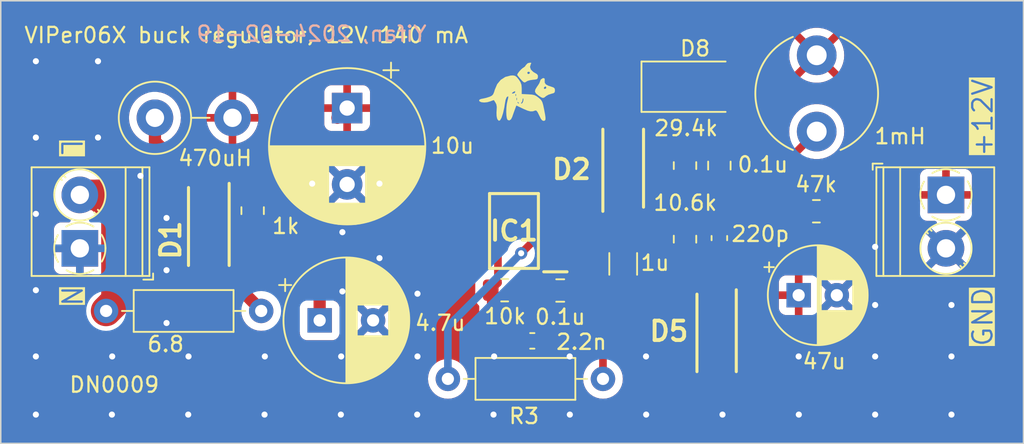
<source format=kicad_pcb>
(kicad_pcb (version 20221018) (generator pcbnew)
  (layers (0 "F.Cu" signal) (31 "B.Cu" power) (34 "B.Paste" user) (35 "F.Paste" user) (36 "B.SilkS" user "B.Silkscreen") (37 "F.SilkS" user "F.Silkscreen") (38 "B.Mask" user) (39 "F.Mask" user) (44 "Edge.Cuts" user))
  (net 0 "")
  (net 1 "Net-(IC1-FB)")
  (net 2 "Net-(D5-K)")
  (net 3 "Net-(D1-K)")
  (net 4 "GND")
  (net 5 "/DRAIN")
  (net 6 "Net-(D2-K)")
  (net 7 "Net-(D8-K)")
  (net 8 "/12V")
  (net 9 "Net-(C8-Pad2)")
  (net 10 "Net-(IC1-COMP)")
  (net 11 "Net-(D1-A)")
  (net 12 "Net-(IC1-LIM)")
  (net 13 "Net-(J1-Pin_2)")
  (footprint "Inductor_THT:L_Axial_L13.0mm_D4.5mm_P5.08mm_Vertical_Fastron_HCCC" (layer "F.Cu") (at 134.1 88.667677)
    (fp_text reference "L0")
    (fp_text value "470uH" (at 3.94 2.642323) (layer "F.SilkS"))
    (pad "1" thru_hole circle (at 0 0) (size 2.4 2.4) (drill 1.2) (layers "*.Cu" "*.Mask") (net 3 "Net-(D1-K)"))
    (pad "2" thru_hole oval (at 5.08 0) (size 2.4 2.4) (drill 1.2) (layers "*.Cu" "*.Mask") (net 5 "/DRAIN"))
  )
  (footprint "Capacitor_SMD:C_0603_1608Metric" (layer "F.Cu") (at 171.075177 96.5475 -90)
    (fp_text reference "C0")
    (fp_text value "220p" (at -0.2675 -2.684823 -180) (layer "F.SilkS"))
    (pad "1" smd roundrect (at -0.775 0 270) (size 0.9 0.95) (layers "F.Cu" "F.Paste" "F.Mask") (net 1 "Net-(IC1-FB)"))
    (pad "2" smd roundrect (at 0.775 0 270) (size 0.9 0.95) (layers "F.Cu" "F.Paste" "F.Mask") (net 2 "Net-(D5-K)"))
  )
  (footprint "Resistor_THT:R_Axial_DIN0207_L6.3mm_D2.5mm_P10.16mm_Horizontal" (layer "F.Cu") (at 163.45 105.77 180)
    (fp_text reference "R3" (at 5.17125 -2.44) (layer "F.SilkS"))
    (fp_text value "R3")
    (pad "1" thru_hole circle (at 0 0 180) (size 1.6 1.6) (drill 0.8) (layers "*.Cu" "*.Mask") (net 2 "Net-(D5-K)"))
    (pad "2" thru_hole oval (at 10.16 0 180) (size 1.6 1.6) (drill 0.8) (layers "*.Cu" "*.Mask") (net 12 "Net-(IC1-LIM)"))
  )
  (footprint "Components:DIOM5126X265N" (layer "F.Cu") (at 170.895177 102.7575 -90)
    (fp_text reference "D5" (at -0.1075 3.125177 -180) (layer "F.SilkS") (effects (font (size 1.27 1.27) (thickness 0.254))))
    (fp_text value "D" hide)
    (pad "1" smd rect (at -2.05 0) (size 1.55 2.2) (layers "F.Cu" "F.Paste" "F.Mask") (net 2 "Net-(D5-K)"))
    (pad "2" smd rect (at 2.05 0) (size 1.55 2.2) (layers "F.Cu" "F.Paste" "F.Mask") (net 4 "GND"))
  )
  (footprint "Capacitor_SMD:C_0805_2012Metric" (layer "F.Cu") (at 160.65 99.98 180)
    (fp_text reference "C8")
    (fp_text value "0.1u" (at 0 -1.73) (layer "F.SilkS"))
    (pad "1" smd roundrect (at -0.95 0 180) (size 1 1.45) (layers "F.Cu" "F.Paste" "F.Mask") (net 2 "Net-(D5-K)"))
    (pad "2" smd roundrect (at 0.95 0 180) (size 1 1.45) (layers "F.Cu" "F.Paste" "F.Mask") (net 9 "Net-(C8-Pad2)"))
  )
  (footprint "Capacitor_THT:CP_Radial_D6.3mm_P2.50mm" (layer "F.Cu") (at 176.27 100.2875)
    (fp_text reference "C6")
    (fp_text value "47u" (at 1.67 4.3325) (layer "F.SilkS"))
    (pad "1" thru_hole rect (at 0 0) (size 1.6 1.6) (drill 0.8) (layers "*.Cu" "*.Mask") (net 8 "/12V"))
    (pad "2" thru_hole circle (at 2.5 0) (size 1.6 1.6) (drill 0.8) (layers "*.Cu" "*.Mask") (net 4 "GND"))
  )
  (footprint "Capacitor_SMD:C_0603_1608Metric" (layer "F.Cu") (at 158.82 103.28 180)
    (fp_text reference "C9")
    (fp_text value "2.2n" (at -3.22 -0.07) (layer "F.SilkS"))
    (pad "1" smd roundrect (at -0.775 0 180) (size 0.9 0.95) (layers "F.Cu" "F.Paste" "F.Mask") (net 2 "Net-(D5-K)"))
    (pad "2" smd roundrect (at 0.775 0 180) (size 0.9 0.95) (layers "F.Cu" "F.Paste" "F.Mask") (net 10 "Net-(IC1-COMP)"))
  )
  (footprint "Capacitor_SMD:C_0805_2012Metric" (layer "F.Cu") (at 171.075177 91.7975 -90)
    (fp_text reference "C4")
    (fp_text value "0.1u" (at -0.0675 -2.844823 -180) (layer "F.SilkS"))
    (pad "1" smd roundrect (at -0.95 0 270) (size 1 1.45) (layers "F.Cu" "F.Paste" "F.Mask") (net 7 "Net-(D8-K)"))
    (pad "2" smd roundrect (at 0.95 0 270) (size 1 1.45) (layers "F.Cu" "F.Paste" "F.Mask") (net 2 "Net-(D5-K)"))
  )
  (footprint "TerminalBlock_Phoenix:TerminalBlock_Phoenix_PT-1,5-2-3.5-H_1x02_P3.50mm_Horizontal" (layer "F.Cu") (at 185.92 93.717677 -90)
    (fp_text reference "J2" hide)
    (fp_text value "Screw_Terminal_01x02")
    (pad "1" thru_hole rect (at 0 0 270) (size 2.4 2.4) (drill 1.2) (layers "*.Cu" "*.Mask") (net 8 "/12V"))
    (pad "2" thru_hole circle (at 3.5 0 270) (size 2.4 2.4) (drill 1.2) (layers "*.Cu" "*.Mask") (net 4 "GND"))
  )
  (footprint "Capacitor_THT:CP_Radial_D10.0mm_P5.00mm" (layer "F.Cu") (at 146.69 88.03 -90)
    (fp_text reference "C2")
    (fp_text value "10u" (at 2.47 -6.9 -180) (layer "F.SilkS"))
    (pad "1" thru_hole rect (at 0 0 270) (size 2 2) (drill 1) (layers "*.Cu" "*.Mask") (net 5 "/DRAIN"))
    (pad "2" thru_hole circle (at 5 0 270) (size 2 2) (drill 1) (layers "*.Cu" "*.Mask") (net 4 "GND"))
  )
  (footprint "Resistor_SMD:R_0805_2012Metric" (layer "F.Cu") (at 157.01 99.96 180)
    (fp_text reference "R5")
    (fp_text value "10k" (at -0.03 -1.71) (layer "F.SilkS"))
    (pad "1" smd roundrect (at -0.9125 0 180) (size 1.025 1.4) (layers "F.Cu" "F.Paste" "F.Mask") (roundrect_rratio 0.243902439) (net 9 "Net-(C8-Pad2)"))
    (pad "2" smd roundrect (at 0.9125 0 180) (size 1.025 1.4) (layers "F.Cu" "F.Paste" "F.Mask") (roundrect_rratio 0.243902439) (net 10 "Net-(IC1-COMP)"))
  )
  (footprint "Components:DIOM5127X229N" (layer "F.Cu") (at 137.63 95.787677 -90)
    (fp_text reference "D1" (at 0.892323 2.5 -90) (layer "F.SilkS") (effects (font (size 1.27 1.27) (thickness 0.254))))
    (fp_text value "D" hide)
    (pad "1" smd rect (at -2.05 0) (size 1.55 2.2) (layers "F.Cu" "F.Paste" "F.Mask") (net 3 "Net-(D1-K)"))
    (pad "2" smd rect (at 2.05 0) (size 1.55 2.2) (layers "F.Cu" "F.Paste" "F.Mask") (net 11 "Net-(D1-A)"))
  )
  (footprint "TerminalBlock_Phoenix:TerminalBlock_Phoenix_PT-1,5-2-3.5-H_1x02_P3.50mm_Horizontal" (layer "F.Cu") (at 129.18 97.217677 90)
    (fp_text reference "J1" hide)
    (fp_text value "Screw_Terminal_01x02")
    (pad "1" thru_hole rect (at 0 0 90) (size 2.4 2.4) (drill 1.2) (layers "*.Cu" "*.Mask") (net 4 "GND"))
    (pad "2" thru_hole circle (at 3.5 0 90) (size 2.4 2.4) (drill 1.2) (layers "*.Cu" "*.Mask") (net 13 "Net-(J1-Pin_2)"))
  )
  (footprint "Components:SOP100P600X175-10N" (layer "F.Cu") (at 157.62 96.08 180)
    (fp_text reference "IC1" (at 0 0) (layer "F.SilkS") (effects (font (size 1.27 1.27) (thickness 0.254))))
    (fp_text value "VIPER06LS" hide)
    (pad "1" smd rect (at -2.712 -2 270) (size 0.65 1.525) (layers "F.Cu" "F.Paste" "F.Mask") (net 2 "Net-(D5-K)"))
    (pad "2" smd rect (at -2.712 -1 270) (size 0.65 1.525) (layers "F.Cu" "F.Paste" "F.Mask") (net 6 "Net-(D2-K)"))
    (pad "3" smd rect (at -2.712 0 270) (size 0.65 1.525) (layers "F.Cu" "F.Paste" "F.Mask") (net 12 "Net-(IC1-LIM)"))
    (pad "4" smd rect (at -2.712 1 270) (size 0.65 1.525) (layers "F.Cu" "F.Paste" "F.Mask") (net 1 "Net-(IC1-FB)"))
    (pad "5" smd rect (at -2.712 2 270) (size 0.65 1.525) (layers "F.Cu" "F.Paste" "F.Mask") (net 10 "Net-(IC1-COMP)"))
    (pad "6" smd rect (at 2.712 2 270) (size 0.65 1.525) (layers "F.Cu" "F.Paste" "F.Mask") (net 5 "/DRAIN"))
    (pad "7" smd rect (at 2.712 1 270) (size 0.65 1.525) (layers "F.Cu" "F.Paste" "F.Mask") (net 5 "/DRAIN"))
    (pad "8" smd rect (at 2.712 0 270) (size 0.65 1.525) (layers "F.Cu" "F.Paste" "F.Mask") (net 5 "/DRAIN"))
    (pad "9" smd rect (at 2.712 -1 270) (size 0.65 1.525) (layers "F.Cu" "F.Paste" "F.Mask") (net 5 "/DRAIN"))
    (pad "10" smd rect (at 2.712 -2 270) (size 0.65 1.525) (layers "F.Cu" "F.Paste" "F.Mask") (net 5 "/DRAIN"))
  )
  (footprint "Resistor_SMD:R_0805_2012Metric" (layer "F.Cu") (at 177.43 94.79)
    (fp_text reference "Rdz1")
    (fp_text value "47k" (at -0.02 -1.76 180) (layer "F.SilkS"))
    (pad "1" smd roundrect (at -0.9125 0) (size 1.025 1.4) (layers "F.Cu" "F.Paste" "F.Mask") (roundrect_rratio 0.243902439) (net 8 "/12V"))
    (pad "2" smd roundrect (at 0.9125 0) (size 1.025 1.4) (layers "F.Cu" "F.Paste" "F.Mask") (roundrect_rratio 0.243902439) (net 4 "GND"))
  )
  (footprint "Diode_SMD:D_SMA" (layer "F.Cu") (at 169.4825 86.63)
    (fp_text reference "D8" (at 0 -2.5) (layer "F.SilkS"))
    (fp_text value "D")
    (pad "1" smd roundrect (at -2 0) (size 2.5 1.8) (layers "F.Cu" "F.Paste" "F.Mask") (roundrect_rratio 0.1388888889) (net 7 "Net-(D8-K)"))
    (pad "2" smd roundrect (at 2 0) (size 2.5 1.8) (layers "F.Cu" "F.Paste" "F.Mask") (roundrect_rratio 0.1388888889) (net 8 "/12V"))
  )
  (footprint "Resistor_SMD:R_0805_2012Metric" (layer "F.Cu") (at 168.825177 91.7975 -90)
    (fp_text reference "R4")
    (fp_text value "29.4k" (at -2.4475 -0.074823 -180) (layer "F.SilkS"))
    (pad "1" smd roundrect (at -0.9125 0 270) (size 1.025 1.4) (layers "F.Cu" "F.Paste" "F.Mask") (roundrect_rratio 0.243902439) (net 7 "Net-(D8-K)"))
    (pad "2" smd roundrect (at 0.9125 0 270) (size 1.025 1.4) (layers "F.Cu" "F.Paste" "F.Mask") (roundrect_rratio 0.243902439) (net 1 "Net-(IC1-FB)"))
  )
  (footprint "Components:DIOM5127X229N" (layer "F.Cu") (at 164.775177 91.9675 90)
    (fp_text reference "D2" (at -0.08 -3.39 180) (layer "F.SilkS") (effects (font (size 1.27 1.27) (thickness 0.254))))
    (fp_text value "D" hide)
    (pad "1" smd rect (at -2.05 0 180) (size 1.55 2.2) (layers "F.Cu" "F.Paste" "F.Mask") (net 6 "Net-(D2-K)"))
    (pad "2" smd rect (at 2.05 0 180) (size 1.55 2.2) (layers "F.Cu" "F.Paste" "F.Mask") (net 8 "/12V"))
  )
  (footprint "Resistor_SMD:R_0805_2012Metric" (layer "F.Cu") (at 168.825177 96.6175 -90)
    (fp_text reference "R2")
    (fp_text value "10.6k" (at -2.3775 -0.014823 -180) (layer "F.SilkS"))
    (pad "1" smd roundrect (at -0.9125 0 270) (size 1.025 1.4) (layers "F.Cu" "F.Paste" "F.Mask") (roundrect_rratio 0.243902439) (net 1 "Net-(IC1-FB)"))
    (pad "2" smd roundrect (at 0.9125 0 270) (size 1.025 1.4) (layers "F.Cu" "F.Paste" "F.Mask") (roundrect_rratio 0.243902439) (net 2 "Net-(D5-K)"))
  )
  (footprint "Capacitor_THT:CP_Radial_D8.0mm_P3.50mm" (layer "F.Cu") (at 144.89 101.937677)
    (fp_text reference "C1")
    (fp_text value "4.7u" (at 7.9 0.172323) (layer "F.SilkS"))
    (pad "1" thru_hole rect (at 0 0) (size 1.6 1.6) (drill 0.8) (layers "*.Cu" "*.Mask") (net 3 "Net-(D1-K)"))
    (pad "2" thru_hole circle (at 3.5 0) (size 1.6 1.6) (drill 0.8) (layers "*.Cu" "*.Mask") (net 4 "GND"))
  )
  (footprint "Resistor_THT:R_Axial_DIN0207_L6.3mm_D2.5mm_P10.16mm_Horizontal" (layer "F.Cu") (at 130.9 101.32)
    (fp_text reference "R0")
    (fp_text value "6.8" (at 3.9 2.18) (layer "F.SilkS"))
    (pad "1" thru_hole circle (at 0 0) (size 1.6 1.6) (drill 0.8) (layers "*.Cu" "*.Mask") (net 13 "Net-(J1-Pin_2)"))
    (pad "2" thru_hole oval (at 10.16 0) (size 1.6 1.6) (drill 0.8) (layers "*.Cu" "*.Mask") (net 11 "Net-(D1-A)"))
  )
  (footprint "Inductor_THT:L_Radial_D7.8mm_P5.00mm_Fastron_07HCP" (layer "F.Cu") (at 177.452379 89.57 90)
    (fp_text reference "L1")
    (fp_text value "1mH" (at -0.31 5.467621 180) (layer "F.SilkS"))
    (pad "1" thru_hole circle (at 0 0 90) (size 2.6 2.6) (drill 1.3) (layers "*.Cu" "*.Mask") (net 2 "Net-(D5-K)"))
    (pad "2" thru_hole circle (at 5 0 90) (size 2.6 2.6) (drill 1.3) (layers "*.Cu" "*.Mask") (net 8 "/12V"))
  )
  (footprint "LOGO" (layer "F.Cu") (at 157.83 86.96)
    (fp_text reference "G***" hide)
    (fp_text value "LOGO" hide)
  )
  (footprint "Capacitor_SMD:C_1206_3216Metric" (layer "F.Cu") (at 164.775177 98.2375 -90)
    (fp_text reference "C3")
    (fp_text value "1u" (at -0.0675 -2.084823 -180) (layer "F.SilkS"))
    (pad "1" smd roundrect (at -1.475 0 270) (size 1.15 1.8) (layers "F.Cu" "F.Paste" "F.Mask") (roundrect_rratio 0.2173913043) (net 6 "Net-(D2-K)"))
    (pad "2" smd roundrect (at 1.475 0 270) (size 1.15 1.8) (layers "F.Cu" "F.Paste" "F.Mask") (roundrect_rratio 0.2173913043) (net 2 "Net-(D5-K)"))
  )
  (footprint "Resistor_SMD:R_0805_2012Metric" (layer "F.Cu") (at 140.5 94.75 90)
    (fp_text reference "R1")
    (fp_text value "1k" (at -1.01 2.17 180) (layer "F.SilkS"))
    (pad "1" smd roundrect (at -0.9125 0 90) (size 1.025 1.4) (layers "F.Cu" "F.Paste" "F.Mask") (roundrect_rratio 0.243902439) (net 3 "Net-(D1-K)"))
    (pad "2" smd roundrect (at 0.9125 0 90) (size 1.025 1.4) (layers "F.Cu" "F.Paste" "F.Mask") (roundrect_rratio 0.243902439) (net 5 "/DRAIN"))
  )
  (gr_poly (pts (xy 124 81) (xy 191 81) (xy 191 110) (xy 124 110)) (stroke (width 0.1)) (fill none) (layer "Edge.Cuts"))
  (gr_text "Yifan, 2024-02-19" (at 151.98 83.75) (layer "B.SilkS") (effects (font (size 1 1)) (justify left bottom mirror)))
  (gr_text "VIPer06X buck regulator, 12V 140 mA" (at 125.46 83.84) (layer "F.SilkS") (effects (font (size 1 1)) (justify left bottom)))
  (gr_text "N" (at 127.87 99.58 -90) (layer "F.SilkS" knockout) (effects (font (size 1.27 1.27)) (justify left bottom)))
  (gr_text "GND" (at 189.07 103.74 90) (layer "F.SilkS" knockout) (effects (font (size 1.27 1.27)) (justify left bottom)))
  (gr_text "+12V" (at 189.07 91.3 90) (layer "F.SilkS" knockout) (effects (font (size 1.27 1.27)) (justify left bottom)))
  (gr_text "DN0009" (at 128.41 106.74) (layer "F.SilkS") (effects (font (size 1 1)) (justify left bottom)))
  (gr_text "L" (at 127.87 89.97 -90) (layer "F.SilkS" knockout) (effects (font (size 1.27 1.27)) (justify left bottom)))
  (segment (start 166.342677 92.71) (end 165.700177 92.0675) (width 0.5) (layer "F.Cu") (net 1))
  (segment (start 168.892677 95.7725) (end 168.825177 95.705) (width 0.5) (layer "F.Cu") (net 1))
  (segment (start 162.64 94.2) (end 161.76 95.08) (width 0.5) (layer "F.Cu") (net 1))
  (segment (start 161.76 95.08) (end 160.332 95.08) (width 0.5) (layer "F.Cu") (net 1))
  (segment (start 171.075177 95.7725) (end 168.892677 95.7725) (width 0.5) (layer "F.Cu") (net 1))
  (segment (start 168.825177 92.71) (end 168.825177 95.705) (width 0.5) (layer "F.Cu") (net 1))
  (segment (start 168.825177 95.705) (end 168.825177 95.1925) (width 0.5) (layer "F.Cu") (net 1))
  (segment (start 168.825177 92.71) (end 166.342677 92.71) (width 0.5) (layer "F.Cu") (net 1))
  (segment (start 163.3525 92.0675) (end 162.64 92.78) (width 0.5) (layer "F.Cu") (net 1))
  (segment (start 165.700177 92.0675) (end 163.3525 92.0675) (width 0.5) (layer "F.Cu") (net 1))
  (segment (start 162.64 92.78) (end 162.64 94.2) (width 0.5) (layer "F.Cu") (net 1))
  (segment (start 170.867677 97.53) (end 171.075177 97.3225) (width 0.5) (layer "F.Cu") (net 2))
  (segment (start 163.142677 98.08) (end 164.775177 99.7125) (width 0.5) (layer "F.Cu") (net 2))
  (segment (start 160.332 98.08) (end 163.142677 98.08) (width 0.5) (layer "F.Cu") (net 2))
  (segment (start 170.895177 100.7075) (end 170.895177 97.5025) (width 0.5) (layer "F.Cu") (net 2))
  (segment (start 161.6 99.98) (end 161.6 101.275) (width 0.5) (layer "F.Cu") (net 2))
  (segment (start 161.6 101.275) (end 159.595 103.28) (width 0.5) (layer "F.Cu") (net 2))
  (segment (start 160.332 98.08) (end 160.332 98.712) (width 0.5) (layer "F.Cu") (net 2))
  (segment (start 174.274879 92.7475) (end 177.452379 89.57) (width 0.5) (layer "F.Cu") (net 2))
  (segment (start 163.45 101.83) (end 161.6 99.98) (width 0.5) (layer "F.Cu") (net 2))
  (segment (start 170.895177 97.5025) (end 171.075177 97.3225) (width 0.5) (layer "F.Cu") (net 2))
  (segment (start 171.075177 92.7475) (end 174.274879 92.7475) (width 0.5) (layer "F.Cu") (net 2))
  (segment (start 168.825177 97.53) (end 170.867677 97.53) (width 0.5) (layer "F.Cu") (net 2))
  (segment (start 171.075177 97.3225) (end 172.22 96.177677) (width 0.5) (layer "F.Cu") (net 2))
  (segment (start 164.775177 99.7125) (end 166.642677 99.7125) (width 0.5) (layer "F.Cu") (net 2))
  (segment (start 163.45 105.77) (end 163.45 101.83) (width 0.5) (layer "F.Cu") (net 2))
  (segment (start 160.332 98.712) (end 161.6 99.98) (width 0.5) (layer "F.Cu") (net 2))
  (segment (start 166.642677 99.7125) (end 168.825177 97.53) (width 0.5) (layer "F.Cu") (net 2))
  (segment (start 172.22 93.892323) (end 171.075177 92.7475) (width 0.5) (layer "F.Cu") (net 2))
  (segment (start 172.22 96.177677) (end 172.22 93.892323) (width 0.5) (layer "F.Cu") (net 2))
  (segment (start 134.1 88.667677) (end 134.1 90.207677) (width 0.8) (layer "F.Cu") (net 3))
  (segment (start 144.89 100.035786) (end 144.89 101.937677) (width 0.8) (layer "F.Cu") (net 3))
  (segment (start 134.1 90.207677) (end 137.63 93.737677) (width 0.8) (layer "F.Cu") (net 3))
  (segment (start 140.5 95.6625) (end 140.516714 95.6625) (width 0.8) (layer "F.Cu") (net 3))
  (segment (start 137.63 93.737677) (end 139.554823 95.6625) (width 0.8) (layer "F.Cu") (net 3))
  (segment (start 139.554823 95.6625) (end 140.5 95.6625) (width 0.8) (layer "F.Cu") (net 3))
  (segment (start 140.516714 95.6625) (end 144.89 100.035786) (width 0.8) (layer "F.Cu") (net 3))
  (segment (start 178.77 95.2175) (end 178.3425 94.79) (width 0.5) (layer "F.Cu") (net 4))
  (via (at 181.28 108.11) (size 0.8) (drill 0.4) (layers "F.Cu" "B.Cu") (net 4))
  (via (at 144.4 92.98) (size 0.8) (drill 0.4) (layers "F.Cu" "B.Cu") (net 4))
  (via (at 186.28 108.11) (size 0.8) (drill 0.4) (layers "F.Cu" "B.Cu") (net 4))
  (via (at 146.3 104.3) (size 0.8) (drill 0.4) (layers "F.Cu" "B.Cu") (net 4))
  (via (at 176.27 104.3) (size 0.8) (drill 0.4) (layers "F.Cu" "B.Cu") (net 4))
  (via (at 126.3 108.11) (size 0.8) (drill 0.4) (layers "F.Cu" "B.Cu") (net 4))
  (via (at 146.38 100.04) (size 0.8) (drill 0.4) (layers "F.Cu" "B.Cu") (net 4))
  (via (at 131.28 108.11) (size 0.8) (drill 0.4) (layers "F.Cu" "B.Cu") (net 4))
  (via (at 126.3 89.96) (size 0.8) (drill 0.4) (layers "F.Cu" "B.Cu") (net 4))
  (via (at 148.81 92.98) (size 0.8) (drill 0.4) (layers "F.Cu" "B.Cu") (net 4))
  (via (at 130.37 84.96) (size 0.8) (drill 0.4) (layers "F.Cu" "B.Cu") (net 4))
  (via (at 156.28 108.11) (size 0.8) (drill 0.4) (layers "F.Cu" "B.Cu") (net 4))
  (via (at 130.37 89.96) (size 0.8) (drill 0.4) (layers "F.Cu" "B.Cu") (net 4))
  (via (at 161.28 108.11) (size 0.8) (drill 0.4) (layers "F.Cu" "B.Cu") (net 4))
  (via (at 148.81 97.86) (size 0.8) (drill 0.4) (layers "F.Cu" "B.Cu") (net 4))
  (via (at 134.86 98.65) (size 0.8) (drill 0.4) (layers "F.Cu" "B.Cu") (net 4))
  (via (at 181.28 100.93) (size 0.8) (drill 0.4) (layers "F.Cu" "B.Cu") (net 4))
  (via (at 186.28 104.3) (size 0.8) (drill 0.4) (layers "F.Cu" "B.Cu") (net 4))
  (via (at 134.86 95.23) (size 0.8) (drill 0.4) (layers "F.Cu" "B.Cu") (net 4))
  (via (at 186.28 100.93) (size 0.8) (drill 0.4) (layers "F.Cu" "B.Cu") (net 4))
  (via (at 136.3 104.3) (size 0.8) (drill 0.4) (layers "F.Cu" "B.Cu") (net 4))
  (via (at 133.15 92.47) (size 0.8) (drill 0.4) (layers "F.Cu" "B.Cu") (net 4))
  (via (at 126.3 99.96) (size 0.8) (drill 0.4) (layers "F.Cu" "B.Cu") (net 4))
  (via (at 141.3 104.3) (size 0.8) (drill 0.4) (layers "F.Cu" "B.Cu") (net 4))
  (via (at 151.3 100.19) (size 0.8) (drill 0.4) (layers "F.Cu" "B.Cu") (net 4))
  (via (at 134.86 102.11) (size 0.8) (drill 0.4) (layers "F.Cu" "B.Cu") (net 4))
  (via (at 146.38 96.16) (size 0.8) (drill 0.4) (layers "F.Cu" "B.Cu") (net 4))
  (via (at 151.3 104.3) (size 0.8) (drill 0.4) (layers "F.Cu" "B.Cu") (net 4))
  (via (at 136.28 108.11) (size 0.8) (drill 0.4) (layers "F.Cu" "B.Cu") (net 4))
  (via (at 126.3 104.3) (size 0.8) (drill 0.4) (layers "F.Cu" "B.Cu") (net 4))
  (via (at 126.3 84.96) (size 0.8) (drill 0.4) (layers "F.Cu" "B.Cu") (net 4))
  (via (at 181.28 97.12) (size 0.8) (drill 0.4) (layers "F.Cu" "B.Cu") (net 4))
  (via (at 131.3 104.3) (size 0.8) (drill 0.4) (layers "F.Cu" "B.Cu") (net 4))
  (via (at 166.27 104.3) (size 0.8) (drill 0.4) (layers "F.Cu" "B.Cu") (net 4))
  (via (at 126.3 94.96) (size 0.8) (drill 0.4) (layers "F.Cu" "B.Cu") (net 4))
  (via (at 151.28 108.11) (size 0.8) (drill 0.4) (layers "F.Cu" "B.Cu") (net 4))
  (via (at 171.28 108.11) (size 0.8) (drill 0.4) (layers "F.Cu" "B.Cu") (net 4))
  (via (at 176.28 108.11) (size 0.8) (drill 0.4) (layers "F.Cu" "B.Cu") (net 4))
  (via (at 141.28 108.11) (size 0.8) (drill 0.4) (layers "F.Cu" "B.Cu") (net 4))
  (via (at 161.27 104.3) (size 0.8) (drill 0.4) (layers "F.Cu" "B.Cu") (net 4))
  (via (at 181.28 104.3) (size 0.8) (drill 0.4) (layers "F.Cu" "B.Cu") (net 4))
  (via (at 156.32 104.3) (size 0.8) (drill 0.4) (layers "F.Cu" "B.Cu") (net 4))
  (via (at 146.28 108.11) (size 0.8) (drill 0.4) (layers "F.Cu" "B.Cu") (net 4))
  (via (at 166.28 108.11) (size 0.8) (drill 0.4) (layers "F.Cu" "B.Cu") (net 4))
  (segment (start 146.052323 88.667677) (end 146.69 88.03) (width 0.8) (layer "F.Cu") (net 5))
  (segment (start 160.332 97.08) (end 164.457677 97.08) (width 0.5) (layer "F.Cu") (net 6))
  (segment (start 164.775177 94.0175) (end 164.775177 96.7625) (width 0.5) (layer "F.Cu") (net 6))
  (segment (start 164.775177 96.7625) (end 164.450177 97.0875) (width 0.5) (layer "F.Cu") (net 6))
  (segment (start 164.457677 97.08) (end 164.775177 96.7625) (width 0.5) (layer "F.Cu") (net 6))
  (segment (start 168.825177 90.885) (end 171.037677 90.885) (width 0.5) (layer "F.Cu") (net 7))
  (segment (start 168.837677 90.8725) (end 168.825177 90.885) (width 0.5) (layer "F.Cu") (net 7))
  (segment (start 171.037677 90.885) (end 171.075177 90.8475) (width 0.5) (layer "F.Cu") (net 7))
  (segment (start 167.4825 86.63) (end 167.4825 89.542323) (width 0.5) (layer "F.Cu") (net 7))
  (segment (start 167.4825 89.542323) (end 168.825177 90.885) (width 0.5) (layer "F.Cu") (net 7))
  (segment (start 185.92 93.717677) (end 185.92 93.037621) (width 0.8) (layer "F.Cu") (net 8))
  (segment (start 159.932 100.132) (end 159.94 100.14) (width 0.5) (layer "F.Cu") (net 9))
  (segment (start 157.9425 99.98) (end 157.9225 99.96) (width 0.5) (layer "F.Cu") (net 9))
  (segment (start 159.7 99.98) (end 157.9425 99.98) (width 0.5) (layer "F.Cu") (net 9))
  (segment (start 156.0975 101.3325) (end 158.045 103.28) (width 0.5) (layer "F.Cu") (net 10))
  (segment (start 156.57 97.0795) (end 156.57 99.4875) (width 0.5) (layer "F.Cu") (net 10))
  (segment (start 156.57 99.4875) (end 156.0975 99.96) (width 0.5) (layer "F.Cu") (net 10))
  (segment (start 156.0975 99.96) (end 156.0975 101.3325) (width 0.5) (layer "F.Cu") (net 10))
  (segment (start 160.332 94.08) (end 159.5695 94.08) (width 0.5) (layer "F.Cu") (net 10))
  (segment (start 159.5695 94.08) (end 156.57 97.0795) (width 0.5) (layer "F.Cu") (net 10))
  (segment (start 137.63 97.837677) (end 137.63 97.89) (width 0.5) (layer "F.Cu") (net 11))
  (segment (start 141.06 101.32) (end 141.06 101.267677) (width 0.8) (layer "F.Cu") (net 11))
  (segment (start 141.06 101.267677) (end 137.63 97.837677) (width 0.8) (layer "F.Cu") (net 11))
  (segment (start 159.55 96.08) (end 158.09 97.54) (width 0.5) (layer "F.Cu") (net 12))
  (segment (start 160.332 96.08) (end 159.55 96.08) (width 0.5) (layer "F.Cu") (net 12))
  (via (at 158.09 97.54) (size 0.8) (drill 0.4) (layers "F.Cu" "B.Cu") (net 12))
  (segment (start 158.09 97.54) (end 153.29 102.34) (width 0.5) (layer "B.Cu") (net 12))
  (segment (start 153.29 102.34) (end 153.29 105.77) (width 0.5) (layer "B.Cu") (net 12))
  (segment (start 130.38 93.717677) (end 131.58 94.917677) (width 2) (layer "F.Cu") (net 13))
  (segment (start 131.58 100.64) (end 130.9 101.32) (width 2) (layer "F.Cu") (net 13))
  (segment (start 129.18 93.717677) (end 130.38 93.717677) (width 2) (layer "F.Cu") (net 13))
  (segment (start 131.58 94.917677) (end 131.58 100.64) (width 2) (layer "F.Cu") (net 13))
  (zone (net 4) (net_name "GND") (layer "F.Cu") (connect_pads (clearance 0.5)) (min_thickness 0.25) (fill yes (thermal_gap 0.5) (thermal_bridge_width 0.5))
    (polygon (pts (xy 124 81) (xy 191 81) (xy 191 110) (xy 124 110)))
  )
  (zone (net 0) (net_name "") (layer "F.Cu") (connect_pads (clearance 0)) (min_thickness 0.25)
    (keepout (tracks allowed) (vias allowed) (pads allowed) (copperpour not_allowed) (footprints allowed))
    (fill (thermal_gap 0.5) (thermal_bridge_width 0.5))
    (polygon (pts (xy 161.66 98.27) (xy 170.25 98.27) (xy 170.25 101) (xy 161.66 101) (xy 161.71 98.4)))
  )
  (zone (net 0) (net_name "") (layer "F.Cu") (connect_pads (clearance 0)) (min_thickness 0.25)
    (keepout (tracks allowed) (vias allowed) (pads allowed) (copperpour not_allowed) (footprints allowed))
    (fill (thermal_gap 0.5) (thermal_bridge_width 0.5))
    (polygon (pts (xy 143.588961 100.38) (xy 143.79 100.38) (xy 143.79 102.62) (xy 140.97 102.62) (xy 140.98 100.35) (xy 141.333097 100.360185) (xy 136.36 98.73) (xy 136.34 94.19) (xy 143.58 94.17)))
  )
  (zone (net 8) (net_name "/12V") (layer "F.Cu") (priority 2) (connect_pads (clearance 0.5)) (min_thickness 0.25) (fill yes (thermal_gap 0.5) (thermal_bridge_width 0.5))
    (polygon (pts (xy 191.03 94.92) (xy 182.45 94.93) (xy 182.44 93.84) (xy 177.25 93.846646) (xy 177.21 102.22) (xy 173 102.21) (xy 171.55 102.21) (xy 171.482864 94.182521) (xy 156.23 94.2) (xy 156.19 81) (xy 191 81)))
  )
  (zone (net 5) (net_name "/DRAIN") (layer "F.Cu") (priority 5) (connect_pads yes (clearance 0.5)) (min_thickness 0.25) (fill yes (thermal_gap 0.5) (thermal_bridge_width 0.5))
    (polygon (pts (xy 152.74 92.96) (xy 155.69 92.96) (xy 155.81 98.83) (xy 152.73 98.84) (xy 152.74 92.94)))
  )
  (zone (net 5) (net_name "/DRAIN") (layer "F.Cu") (priority 1) (connect_pads (clearance 0.5)) (min_thickness 0.25) (fill yes (thermal_gap 0.5) (thermal_bridge_width 0.5))
    (polygon (pts (xy 155.69 98.82) (xy 155.69 80.98) (xy 134.16 80.96) (xy 134.16 89.63) (xy 140.03 95.43) (xy 143.07 95.43) (xy 143.08 90.05) (xy 147.18 90.05) (xy 149.96 92.69) (xy 149.94 98.81) (xy 155.7 98.84)))
  )
  (zone (net 0) (net_name "") (layer "F.Cu") (connect_pads (clearance 0)) (min_thickness 0.25)
    (keepout (tracks allowed) (vias allowed) (pads allowed) (copperpour not_allowed) (footprints allowed))
    (fill (thermal_gap 0.5) (thermal_bridge_width 0.5))
    (polygon (pts (xy 165.98 90.16) (xy 167.97 90.16) (xy 167.97 92.15) (xy 165.98 92.15) (xy 166 90.16)))
  )
  (zone (net 4) (net_name "GND") (layer "B.Cu") (connect_pads (clearance 0.5)) (min_thickness 0.25) (fill yes (thermal_gap 0.5) (thermal_bridge_width 0.5))
    (polygon (pts (xy 124 81) (xy 191 81) (xy 191 110) (xy 124 110)))
  )
)
</source>
